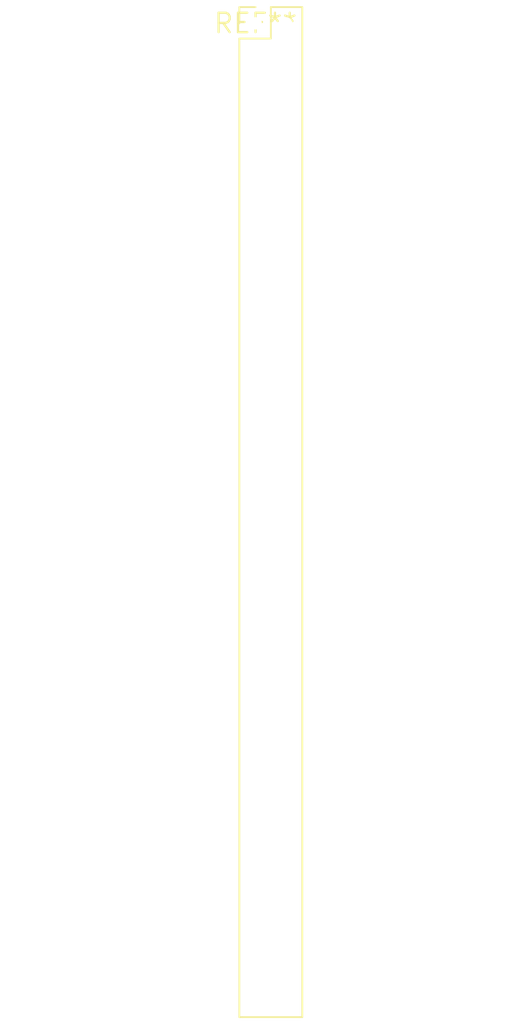
<source format=kicad_pcb>
(kicad_pcb (version 20240108) (generator pcbnew)
  (layers (0 "F.Cu" signal) (31 "B.Cu" signal) (34 "B.Paste" user) (35 "F.Paste" user) (36 "B.SilkS" user "B.Silkscreen") (37 "F.SilkS" user "F.Silkscreen") (38 "B.Mask" user) (39 "F.Mask" user) (44 "Edge.Cuts" user))
  (net 0 "")
  (footprint "PinHeader_2x33_P2.00mm_Vertical" (layer "F.Cu") (at 0 0)
    (property "Reference" "REF**")
    (property "Value" "PinHeader_2x33_P2.00mm_Vertical")
    (fp_line (start -1.06 -1.06) (end 0 -1.06) (layer "F.SilkS") (stroke (width 0.12)))
    (fp_line (start -1.06 0) (end -1.06 -1.06) (layer "F.SilkS") (stroke (width 0.12)))
    (fp_line (start -1.06 1) (end -1.06 65.06) (layer "F.SilkS") (stroke (width 0.12)))
    (fp_line (start -1.06 1) (end 1 1) (layer "F.SilkS") (stroke (width 0.12)))
    (fp_line (start -1.06 65.06) (end 3.06 65.06) (layer "F.SilkS") (stroke (width 0.12)))
    (fp_line (start 1 -1.06) (end 3.06 -1.06) (layer "F.SilkS") (stroke (width 0.12)))
    (fp_line (start 1 1) (end 1 -1.06) (layer "F.SilkS") (stroke (width 0.12)))
    (fp_line (start 3.06 -1.06) (end 3.06 65.06) (layer "F.SilkS") (stroke (width 0.12)))
    (pad "1" thru_hole rect (at 0 0) (size 1.35 1.35) (drill 0.8) (layers *.Cu *.Mask) (remove_unused_layers))
    (pad "2" thru_hole oval (at 2 0) (size 1.35 1.35) (drill 0.8) (layers *.Cu *.Mask) (remove_unused_layers))
    (pad "3" thru_hole oval (at 0 2) (size 1.35 1.35) (drill 0.8) (layers *.Cu *.Mask) (remove_unused_layers))
    (pad "4" thru_hole oval (at 2 2) (size 1.35 1.35) (drill 0.8) (layers *.Cu *.Mask) (remove_unused_layers))
    (pad "5" thru_hole oval (at 0 4) (size 1.35 1.35) (drill 0.8) (layers *.Cu *.Mask) (remove_unused_layers))
    (pad "6" thru_hole oval (at 2 4) (size 1.35 1.35) (drill 0.8) (layers *.Cu *.Mask) (remove_unused_layers))
    (pad "7" thru_hole oval (at 0 6) (size 1.35 1.35) (drill 0.8) (layers *.Cu *.Mask) (remove_unused_layers))
    (pad "8" thru_hole oval (at 2 6) (size 1.35 1.35) (drill 0.8) (layers *.Cu *.Mask) (remove_unused_layers))
    (pad "9" thru_hole oval (at 0 8) (size 1.35 1.35) (drill 0.8) (layers *.Cu *.Mask) (remove_unused_layers))
    (pad "10" thru_hole oval (at 2 8) (size 1.35 1.35) (drill 0.8) (layers *.Cu *.Mask) (remove_unused_layers))
    (pad "11" thru_hole oval (at 0 10) (size 1.35 1.35) (drill 0.8) (layers *.Cu *.Mask) (remove_unused_layers))
    (pad "12" thru_hole oval (at 2 10) (size 1.35 1.35) (drill 0.8) (layers *.Cu *.Mask) (remove_unused_layers))
    (pad "13" thru_hole oval (at 0 12) (size 1.35 1.35) (drill 0.8) (layers *.Cu *.Mask) (remove_unused_layers))
    (pad "14" thru_hole oval (at 2 12) (size 1.35 1.35) (drill 0.8) (layers *.Cu *.Mask) (remove_unused_layers))
    (pad "15" thru_hole oval (at 0 14) (size 1.35 1.35) (drill 0.8) (layers *.Cu *.Mask) (remove_unused_layers))
    (pad "16" thru_hole oval (at 2 14) (size 1.35 1.35) (drill 0.8) (layers *.Cu *.Mask) (remove_unused_layers))
    (pad "17" thru_hole oval (at 0 16) (size 1.35 1.35) (drill 0.8) (layers *.Cu *.Mask) (remove_unused_layers))
    (pad "18" thru_hole oval (at 2 16) (size 1.35 1.35) (drill 0.8) (layers *.Cu *.Mask) (remove_unused_layers))
    (pad "19" thru_hole oval (at 0 18) (size 1.35 1.35) (drill 0.8) (layers *.Cu *.Mask) (remove_unused_layers))
    (pad "20" thru_hole oval (at 2 18) (size 1.35 1.35) (drill 0.8) (layers *.Cu *.Mask) (remove_unused_layers))
    (pad "21" thru_hole oval (at 0 20) (size 1.35 1.35) (drill 0.8) (layers *.Cu *.Mask) (remove_unused_layers))
    (pad "22" thru_hole oval (at 2 20) (size 1.35 1.35) (drill 0.8) (layers *.Cu *.Mask) (remove_unused_layers))
    (pad "23" thru_hole oval (at 0 22) (size 1.35 1.35) (drill 0.8) (layers *.Cu *.Mask) (remove_unused_layers))
    (pad "24" thru_hole oval (at 2 22) (size 1.35 1.35) (drill 0.8) (layers *.Cu *.Mask) (remove_unused_layers))
    (pad "25" thru_hole oval (at 0 24) (size 1.35 1.35) (drill 0.8) (layers *.Cu *.Mask) (remove_unused_layers))
    (pad "26" thru_hole oval (at 2 24) (size 1.35 1.35) (drill 0.8) (layers *.Cu *.Mask) (remove_unused_layers))
    (pad "27" thru_hole oval (at 0 26) (size 1.35 1.35) (drill 0.8) (layers *.Cu *.Mask) (remove_unused_layers))
    (pad "28" thru_hole oval (at 2 26) (size 1.35 1.35) (drill 0.8) (layers *.Cu *.Mask) (remove_unused_layers))
    (pad "29" thru_hole oval (at 0 28) (size 1.35 1.35) (drill 0.8) (layers *.Cu *.Mask) (remove_unused_layers))
    (pad "30" thru_hole oval (at 2 28) (size 1.35 1.35) (drill 0.8) (layers *.Cu *.Mask) (remove_unused_layers))
    (pad "31" thru_hole oval (at 0 30) (size 1.35 1.35) (drill 0.8) (layers *.Cu *.Mask) (remove_unused_layers))
    (pad "32" thru_hole oval (at 2 30) (size 1.35 1.35) (drill 0.8) (layers *.Cu *.Mask) (remove_unused_layers))
    (pad "33" thru_hole oval (at 0 32) (size 1.35 1.35) (drill 0.8) (layers *.Cu *.Mask) (remove_unused_layers))
    (pad "34" thru_hole oval (at 2 32) (size 1.35 1.35) (drill 0.8) (layers *.Cu *.Mask) (remove_unused_layers))
    (pad "35" thru_hole oval (at 0 34) (size 1.35 1.35) (drill 0.8) (layers *.Cu *.Mask) (remove_unused_layers))
    (pad "36" thru_hole oval (at 2 34) (size 1.35 1.35) (drill 0.8) (layers *.Cu *.Mask) (remove_unused_layers))
    (pad "37" thru_hole oval (at 0 36) (size 1.35 1.35) (drill 0.8) (layers *.Cu *.Mask) (remove_unused_layers))
    (pad "38" thru_hole oval (at 2 36) (size 1.35 1.35) (drill 0.8) (layers *.Cu *.Mask) (remove_unused_layers))
    (pad "39" thru_hole oval (at 0 38) (size 1.35 1.35) (drill 0.8) (layers *.Cu *.Mask) (remove_unused_layers))
    (pad "40" thru_hole oval (at 2 38) (size 1.35 1.35) (drill 0.8) (layers *.Cu *.Mask) (remove_unused_layers))
    (pad "41" thru_hole oval (at 0 40) (size 1.35 1.35) (drill 0.8) (layers *.Cu *.Mask) (remove_unused_layers))
    (pad "42" thru_hole oval (at 2 40) (size 1.35 1.35) (drill 0.8) (layers *.Cu *.Mask) (remove_unused_layers))
    (pad "43" thru_hole oval (at 0 42) (size 1.35 1.35) (drill 0.8) (layers *.Cu *.Mask) (remove_unused_layers))
    (pad "44" thru_hole oval (at 2 42) (size 1.35 1.35) (drill 0.8) (layers *.Cu *.Mask) (remove_unused_layers))
    (pad "45" thru_hole oval (at 0 44) (size 1.35 1.35) (drill 0.8) (layers *.Cu *.Mask) (remove_unused_layers))
    (pad "46" thru_hole oval (at 2 44) (size 1.35 1.35) (drill 0.8) (layers *.Cu *.Mask) (remove_unused_layers))
    (pad "47" thru_hole oval (at 0 46) (size 1.35 1.35) (drill 0.8) (layers *.Cu *.Mask) (remove_unused_layers))
    (pad "48" thru_hole oval (at 2 46) (size 1.35 1.35) (drill 0.8) (layers *.Cu *.Mask) (remove_unused_layers))
    (pad "49" thru_hole oval (at 0 48) (size 1.35 1.35) (drill 0.8) (layers *.Cu *.Mask) (remove_unused_layers))
    (pad "50" thru_hole oval (at 2 48) (size 1.35 1.35) (drill 0.8) (layers *.Cu *.Mask) (remove_unused_layers))
    (pad "51" thru_hole oval (at 0 50) (size 1.35 1.35) (drill 0.8) (layers *.Cu *.Mask) (remove_unused_layers))
    (pad "52" thru_hole oval (at 2 50) (size 1.35 1.35) (drill 0.8) (layers *.Cu *.Mask) (remove_unused_layers))
    (pad "53" thru_hole oval (at 0 52) (size 1.35 1.35) (drill 0.8) (layers *.Cu *.Mask) (remove_unused_layers))
    (pad "54" thru_hole oval (at 2 52) (size 1.35 1.35) (drill 0.8) (layers *.Cu *.Mask) (remove_unused_layers))
    (pad "55" thru_hole oval (at 0 54) (size 1.35 1.35) (drill 0.8) (layers *.Cu *.Mask) (remove_unused_layers))
    (pad "56" thru_hole oval (at 2 54) (size 1.35 1.35) (drill 0.8) (layers *.Cu *.Mask) (remove_unused_layers))
    (pad "57" thru_hole oval (at 0 56) (size 1.35 1.35) (drill 0.8) (layers *.Cu *.Mask) (remove_unused_layers))
    (pad "58" thru_hole oval (at 2 56) (size 1.35 1.35) (drill 0.8) (layers *.Cu *.Mask) (remove_unused_layers))
    (pad "59" thru_hole oval (at 0 58) (size 1.35 1.35) (drill 0.8) (layers *.Cu *.Mask) (remove_unused_layers))
    (pad "60" thru_hole oval (at 2 58) (size 1.35 1.35) (drill 0.8) (layers *.Cu *.Mask) (remove_unused_layers))
    (pad "61" thru_hole oval (at 0 60) (size 1.35 1.35) (drill 0.8) (layers *.Cu *.Mask) (remove_unused_layers))
    (pad "62" thru_hole oval (at 2 60) (size 1.35 1.35) (drill 0.8) (layers *.Cu *.Mask) (remove_unused_layers))
    (pad "63" thru_hole oval (at 0 62) (size 1.35 1.35) (drill 0.8) (layers *.Cu *.Mask) (remove_unused_layers))
    (pad "64" thru_hole oval (at 2 62) (size 1.35 1.35) (drill 0.8) (layers *.Cu *.Mask) (remove_unused_layers))
    (pad "65" thru_hole oval (at 0 64) (size 1.35 1.35) (drill 0.8) (layers *.Cu *.Mask) (remove_unused_layers))
    (pad "66" thru_hole oval (at 2 64) (size 1.35 1.35) (drill 0.8) (layers *.Cu *.Mask) (remove_unused_layers))
  )
)
</source>
